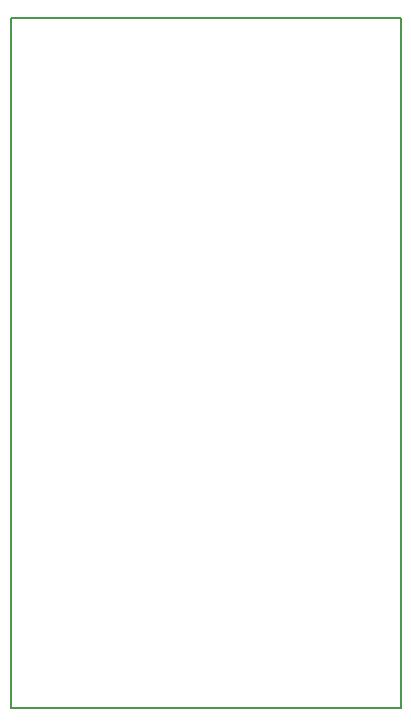
<source format=gbr>
G04 #@! TF.GenerationSoftware,KiCad,Pcbnew,(5.0.0-3-g5ebb6b6)*
G04 #@! TF.CreationDate,2018-09-23T00:30:24+01:00*
G04 #@! TF.ProjectId,BreadboardAdaptor44PinPLCC,4272656164626F61726441646170746F,rev?*
G04 #@! TF.SameCoordinates,Original*
G04 #@! TF.FileFunction,Profile,NP*
%FSLAX46Y46*%
G04 Gerber Fmt 4.6, Leading zero omitted, Abs format (unit mm)*
G04 Created by KiCad (PCBNEW (5.0.0-3-g5ebb6b6)) date Sunday, 23 September 2018 at 00:30:24*
%MOMM*%
%LPD*%
G01*
G04 APERTURE LIST*
%ADD10C,0.150000*%
G04 APERTURE END LIST*
D10*
X156210000Y-130810000D02*
X156210000Y-72390000D01*
X189230000Y-130810000D02*
X156210000Y-130810000D01*
X189230000Y-72390000D02*
X189230000Y-130810000D01*
X156210000Y-72390000D02*
X189230000Y-72390000D01*
M02*

</source>
